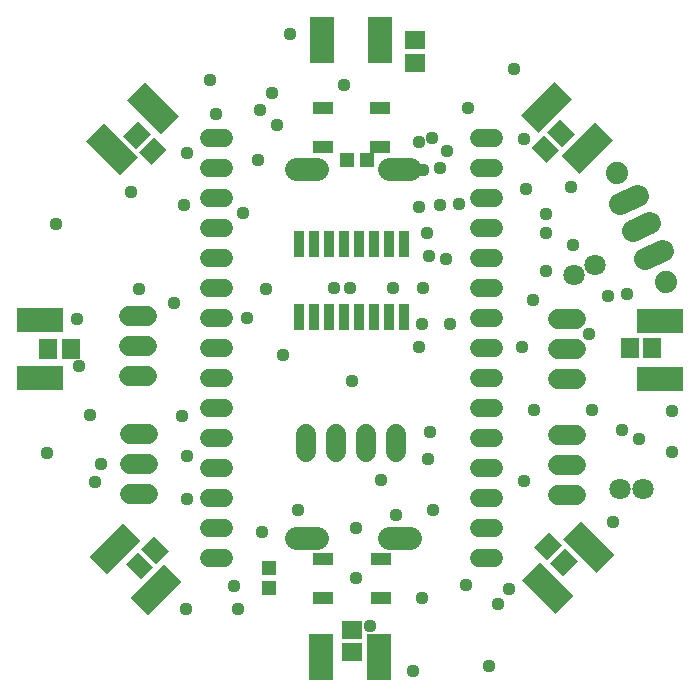
<source format=gbr>
G04 EAGLE Gerber RS-274X export*
G75*
%MOMM*%
%FSLAX34Y34*%
%LPD*%
%INSoldermask Bottom*%
%IPPOS*%
%AMOC8*
5,1,8,0,0,1.08239X$1,22.5*%
G01*
%ADD10C,1.727200*%
%ADD11R,0.863600X2.235200*%
%ADD12R,1.703200X1.103200*%
%ADD13R,2.133600X4.013200*%
%ADD14R,4.013200X2.133600*%
%ADD15R,1.803200X1.503200*%
%ADD16R,1.503200X1.803200*%
%ADD17C,1.511200*%
%ADD18C,1.981200*%
%ADD19C,1.803200*%
%ADD20R,1.303200X1.203200*%
%ADD21R,1.203200X1.303200*%
%ADD22C,1.853200*%
%ADD23C,1.879600*%
%ADD24C,1.117600*%


D10*
X-65989Y322686D02*
X-50749Y322686D01*
X-50749Y297286D02*
X-65989Y297286D01*
X-65989Y271886D02*
X-50749Y271886D01*
X296418Y269566D02*
X311658Y269566D01*
X311658Y294966D02*
X296418Y294966D01*
X296418Y320366D02*
X311658Y320366D01*
D11*
X77640Y383666D03*
X77640Y322198D03*
X90340Y383666D03*
X103040Y383666D03*
X90340Y322198D03*
X103040Y322198D03*
X115740Y383666D03*
X115740Y322198D03*
X128440Y383666D03*
X128440Y322198D03*
X141140Y383666D03*
X153840Y383666D03*
X141140Y322198D03*
X153840Y322198D03*
X166540Y383666D03*
X166540Y322198D03*
D10*
X83869Y222654D02*
X83869Y207414D01*
X109269Y207414D02*
X109269Y222654D01*
X134669Y222654D02*
X134669Y207414D01*
X160069Y207414D02*
X160069Y222654D01*
D12*
X97468Y465861D03*
X97468Y498861D03*
X146468Y465861D03*
X146468Y498861D03*
X97535Y84118D03*
X97535Y117118D03*
X146535Y84118D03*
X146535Y117118D03*
D10*
X-50673Y171953D02*
X-65913Y171953D01*
X-65913Y197353D02*
X-50673Y197353D01*
X-50673Y222753D02*
X-65913Y222753D01*
X296880Y171100D02*
X312120Y171100D01*
X312120Y196500D02*
X296880Y196500D01*
X296880Y221900D02*
X312120Y221900D01*
D13*
X96765Y556736D03*
X145787Y556736D03*
D14*
G36*
X265177Y493059D02*
X293554Y521436D01*
X308641Y506349D01*
X280264Y477972D01*
X265177Y493059D01*
G37*
G36*
X299841Y458396D02*
X328218Y486773D01*
X343305Y471686D01*
X314928Y443309D01*
X299841Y458396D01*
G37*
X382884Y318460D03*
X382884Y269438D03*
G36*
X316125Y148998D02*
X344502Y120621D01*
X329415Y105534D01*
X301038Y133911D01*
X316125Y148998D01*
G37*
G36*
X281462Y114334D02*
X309839Y85957D01*
X294752Y70870D01*
X266375Y99247D01*
X281462Y114334D01*
G37*
D13*
X145218Y34449D03*
X96196Y34449D03*
D14*
G36*
X-22083Y97779D02*
X-50460Y69402D01*
X-65547Y84489D01*
X-37170Y112866D01*
X-22083Y97779D01*
G37*
G36*
X-56747Y132443D02*
X-85124Y104066D01*
X-100211Y119153D01*
X-71834Y147530D01*
X-56747Y132443D01*
G37*
X-141441Y270707D03*
X-141441Y319729D03*
G36*
X-74035Y442334D02*
X-102412Y470711D01*
X-87325Y485798D01*
X-58948Y457421D01*
X-74035Y442334D01*
G37*
G36*
X-39371Y476998D02*
X-67748Y505375D01*
X-52661Y520462D01*
X-24284Y492085D01*
X-39371Y476998D01*
G37*
D15*
X175558Y556474D03*
X175558Y537474D03*
D16*
G36*
X287829Y478886D02*
X298458Y489515D01*
X311207Y476766D01*
X300578Y466137D01*
X287829Y478886D01*
G37*
G36*
X274394Y465451D02*
X285023Y476080D01*
X297772Y463331D01*
X287143Y452702D01*
X274394Y465451D01*
G37*
X376784Y295656D03*
X357784Y295656D03*
G36*
X303000Y126309D02*
X313629Y115680D01*
X300880Y102931D01*
X290251Y113560D01*
X303000Y126309D01*
G37*
G36*
X289565Y139744D02*
X300194Y129115D01*
X287445Y116366D01*
X276816Y126995D01*
X289565Y139744D01*
G37*
D15*
X122174Y38252D03*
X122174Y57252D03*
D16*
G36*
X-45959Y110438D02*
X-56588Y99809D01*
X-69337Y112558D01*
X-58708Y123187D01*
X-45959Y110438D01*
G37*
G36*
X-32524Y123873D02*
X-43153Y113244D01*
X-55902Y125993D01*
X-45273Y136622D01*
X-32524Y123873D01*
G37*
X-134722Y294640D03*
X-115722Y294640D03*
G36*
X-60858Y464372D02*
X-71487Y475001D01*
X-58738Y487750D01*
X-48109Y477121D01*
X-60858Y464372D01*
G37*
G36*
X-47423Y450937D02*
X-58052Y461566D01*
X-45303Y474315D01*
X-34674Y463686D01*
X-47423Y450937D01*
G37*
D17*
X966Y473201D02*
X14046Y473201D01*
X14046Y447801D02*
X966Y447801D01*
X966Y422401D02*
X14046Y422401D01*
X14046Y397001D02*
X966Y397001D01*
X966Y371601D02*
X14046Y371601D01*
X14046Y346201D02*
X966Y346201D01*
X966Y320801D02*
X14046Y320801D01*
X14046Y295401D02*
X966Y295401D01*
X966Y270001D02*
X14046Y270001D01*
X14046Y244601D02*
X966Y244601D01*
X966Y219201D02*
X14046Y219201D01*
X14046Y193801D02*
X966Y193801D01*
X966Y168401D02*
X14046Y168401D01*
X14046Y143001D02*
X966Y143001D01*
X966Y117601D02*
X14046Y117601D01*
X229566Y473201D02*
X242646Y473201D01*
X242646Y447801D02*
X229566Y447801D01*
X229566Y422401D02*
X242646Y422401D01*
X242646Y397001D02*
X229566Y397001D01*
X229566Y371601D02*
X242646Y371601D01*
X242646Y346201D02*
X229566Y346201D01*
X229566Y320801D02*
X242646Y320801D01*
X242646Y295401D02*
X229566Y295401D01*
X229566Y270001D02*
X242646Y270001D01*
X242646Y244601D02*
X229566Y244601D01*
X229566Y219201D02*
X242646Y219201D01*
X242646Y193801D02*
X229566Y193801D01*
X229566Y168401D02*
X242646Y168401D01*
X242646Y143001D02*
X229566Y143001D01*
X229566Y117601D02*
X242646Y117601D01*
D18*
X92683Y134953D02*
X74903Y134953D01*
X74903Y447063D02*
X92683Y447063D01*
X153645Y134953D02*
X171425Y134953D01*
X171425Y447063D02*
X153645Y447063D01*
D19*
X310329Y357684D03*
X328499Y366042D03*
D20*
X118391Y454719D03*
X135391Y454719D03*
D21*
X52290Y109899D03*
X52290Y92899D03*
D22*
X370247Y371368D02*
X385321Y378079D01*
X374989Y401283D02*
X359916Y394572D01*
X349585Y417776D02*
X364658Y424487D01*
D23*
X388115Y351519D03*
X346790Y444335D03*
D19*
X369100Y176600D03*
X349100Y176600D03*
D24*
X159800Y154700D03*
X146900Y183900D03*
X219100Y95000D03*
X245700Y79300D03*
X255500Y92000D03*
X76800Y158400D03*
X205300Y316300D03*
X269500Y430500D03*
X178900Y296300D03*
X-95500Y182500D03*
X-17300Y204600D03*
X-108400Y280200D03*
X-99800Y238900D03*
X-58100Y345900D03*
X-20200Y417100D03*
X-17000Y461000D03*
X323300Y307900D03*
X326000Y243400D03*
X276200Y243100D03*
X393500Y242800D03*
X179300Y414800D03*
X182200Y446900D03*
X54500Y512000D03*
X267800Y472400D03*
X259600Y531600D03*
X2500Y522500D03*
X287000Y360600D03*
X220200Y498800D03*
X181300Y315800D03*
X-65000Y428000D03*
X122000Y267500D03*
X-16900Y168100D03*
X70000Y562000D03*
X-128100Y401100D03*
X343000Y148500D03*
X393400Y207800D03*
X213400Y418000D03*
X308200Y432100D03*
X179100Y470600D03*
X268200Y183000D03*
X29900Y409900D03*
X351400Y226100D03*
X25900Y75100D03*
X-135500Y207000D03*
X58800Y484700D03*
X186000Y393100D03*
X33500Y321000D03*
X266600Y296300D03*
X276000Y336500D03*
X190900Y158700D03*
X126000Y101000D03*
X46000Y140100D03*
X126100Y143600D03*
X-18500Y74500D03*
X355000Y341500D03*
X49200Y345700D03*
X173900Y22200D03*
X137600Y60800D03*
X202200Y370800D03*
X309700Y382700D03*
X238400Y26500D03*
X365000Y219000D03*
X64000Y290000D03*
X-90000Y197500D03*
X44400Y497200D03*
X107500Y346500D03*
X22500Y94300D03*
X7500Y493500D03*
X43100Y454800D03*
X196500Y448000D03*
X196500Y416500D03*
X-21500Y238000D03*
X190500Y473300D03*
X-28500Y333500D03*
X202500Y463000D03*
X188500Y224500D03*
X186500Y201500D03*
X-110100Y320100D03*
X181600Y84200D03*
X115400Y518300D03*
X182600Y346700D03*
X120500Y346500D03*
X157500Y346500D03*
X339200Y340184D03*
X286500Y409500D03*
X187500Y373500D03*
X286800Y393500D03*
M02*

</source>
